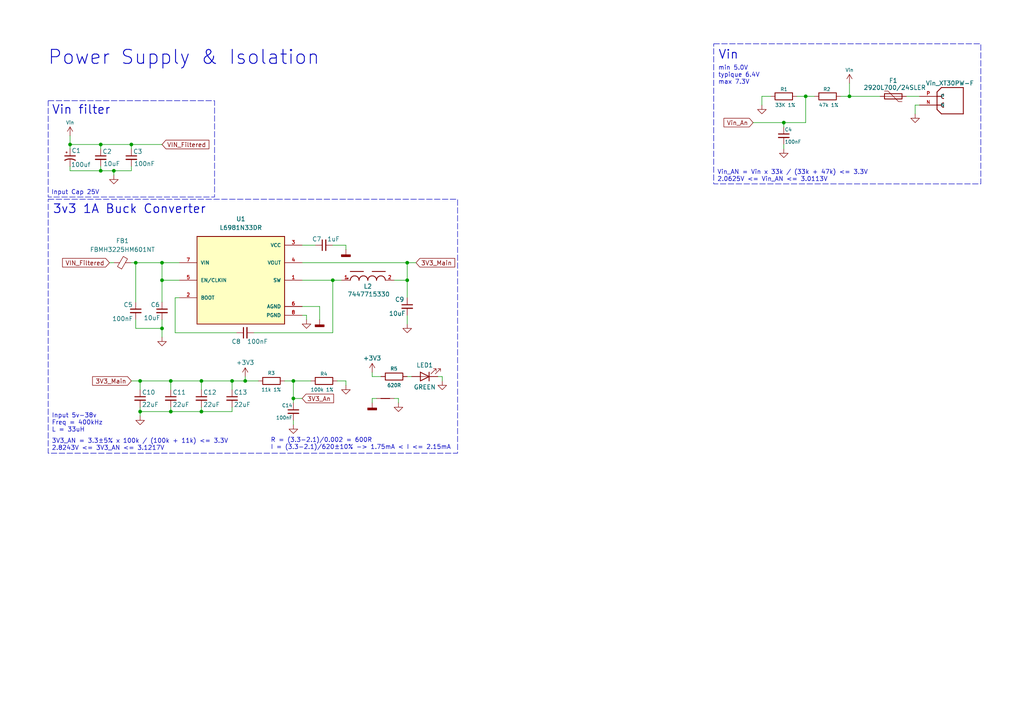
<source format=kicad_sch>
(kicad_sch (version 20250114) (generator "eeschema") (generator_version "9.0")
  (paper "A4")
  (lib_symbols
    (symbol "+3V3_1" (power) (pin_numbers (hide yes)) (pin_names (offset 0) (hide yes))
      (property "Value" "+3V3" (at 0 3.556 0))
      (symbol "+3V3_1_0_1"
        (polyline (pts (xy -0.762 1.27) (xy 0 2.54)))
        (polyline (pts (xy 0 2.54) (xy 0.762 1.27)))
        (polyline (pts (xy 0 0) (xy 0 2.54)))
      )
      (symbol "+3V3_1_1_1"
        (pin power_in line (at 0 0 90) (length 0) (name "~") (number "1"))
      )
    )
    (symbol "Device:C_Small" (pin_numbers (hide yes)) (pin_names (offset 0.254) (hide yes))
      (property "Reference" "C" (at 0.254 1.778 0))
      (property "Value" "C_Small" (at 0.254 -2.032 0))
      (symbol "C_Small_0_1"
        (polyline (pts (xy -1.524 0.508) (xy 1.524 0.508)) (stroke (width 0.3048)))
        (polyline (pts (xy -1.524 -0.508) (xy 1.524 -0.508)) (stroke (width 0.3302)))
      )
      (symbol "C_Small_1_1"
        (pin passive line (at 0 2.54 270) (length 2.032) (name "~") (number "1"))
        (pin passive line (at 0 -2.54 90) (length 2.032) (name "~") (number "2"))
      )
    )
    (symbol "Device:FerriteBead_Small" (pin_numbers (hide yes)) (pin_names (offset 0))
      (property "Reference" "FB" (at 1.905 1.27 0))
      (property "Value" "FerriteBead_Small" (at 1.905 -1.27 0))
      (symbol "FerriteBead_Small_0_1"
        (polyline (pts (xy -1.8288 0.2794) (xy -1.1176 1.4986) (xy 1.8288 -0.2032) (xy 1.1176 -1.4224) (xy -1.8288 0.2794)))
        (polyline (pts (xy 0 0.889) (xy 0 1.2954)))
        (polyline (pts (xy 0 -1.27) (xy 0 -0.7874)))
      )
      (symbol "FerriteBead_Small_1_1"
        (pin passive line (at 0 2.54 270) (length 1.27) (name "~") (number "1"))
        (pin passive line (at 0 -2.54 90) (length 1.27) (name "~") (number "2"))
      )
    )
    (symbol "Device:LED" (pin_numbers (hide yes)) (pin_names (offset 1.016) (hide yes))
      (property "Reference" "D" (at 0 2.54 0))
      (property "Value" "LED" (at 0 -2.54 0))
      (symbol "LED_0_1"
        (polyline (pts (xy -3.048 -0.762) (xy -4.572 -2.286) (xy -3.81 -2.286) (xy -4.572 -2.286) (xy -4.572 -1.524)))
        (polyline (pts (xy -1.778 -0.762) (xy -3.302 -2.286) (xy -2.54 -2.286) (xy -3.302 -2.286) (xy -3.302 -1.524)))
        (polyline (pts (xy -1.27 0) (xy 1.27 0)))
        (polyline (pts (xy -1.27 -1.27) (xy -1.27 1.27)) (stroke (width 0.254)))
        (polyline (pts (xy 1.27 -1.27) (xy 1.27 1.27) (xy -1.27 0) (xy 1.27 -1.27)) (stroke (width 0.254)))
      )
      (symbol "LED_1_1"
        (pin passive line (at -3.81 0 0) (length 2.54) (name "K") (number "1"))
        (pin passive line (at 3.81 0 180) (length 2.54) (name "A") (number "2"))
      )
    )
    (symbol "Device:NetTie_2" (pin_numbers (hide yes)) (pin_names (offset 0) (hide yes)) (in_bom no)
      (property "Reference" "NT" (at 0 1.27 0))
      (property "Value" "NetTie_2" (at 0 -1.27 0))
      (symbol "NetTie_2_0_1"
        (polyline (pts (xy -1.27 0) (xy 1.27 0)) (stroke (width 0.254)))
      )
      (symbol "NetTie_2_1_1"
        (pin passive line (at -2.54 0 0) (length 2.54) (name "1") (number "1"))
        (pin passive line (at 2.54 0 180) (length 2.54) (name "2") (number "2"))
      )
    )
    (symbol "Device:Polyfuse" (pin_numbers (hide yes)) (pin_names (offset 0))
      (property "Reference" "F" (at -2.54 0 90))
      (property "Value" "Polyfuse" (at 2.54 0 90))
      (symbol "Polyfuse_0_1"
        (polyline (pts (xy -1.524 2.54) (xy -1.524 1.524) (xy 1.524 -1.524) (xy 1.524 -2.54)))
        (rectangle (start -0.762 2.54) (end 0.762 -2.54) (stroke (width 0.254)))
        (polyline (pts (xy 0 2.54) (xy 0 -2.54)))
      )
      (symbol "Polyfuse_1_1"
        (pin passive line (at 0 3.81 270) (length 1.27) (name "~") (number "1"))
        (pin passive line (at 0 -3.81 90) (length 1.27) (name "~") (number "2"))
      )
    )
    (symbol "Device:R" (pin_numbers (hide yes)) (pin_names (offset 0))
      (property "Reference" "R" (at 2.032 0 90))
      (property "Value" "R" (at 0 0 90))
      (symbol "R_0_1"
        (rectangle (start -1.016 -2.54) (end 1.016 2.54) (stroke (width 0.254)))
      )
      (symbol "R_1_1"
        (pin passive line (at 0 3.81 270) (length 1.27) (name "~") (number "1"))
        (pin passive line (at 0 -3.81 90) (length 1.27) (name "~") (number "2"))
      )
    )
    (symbol "ODB2:875115652007"
      (property "Reference" "C" (at -2.794 2.54 0))
      (property "Value" "100uf" (at 3.81 1.778 0))
      (symbol "875115652007_0_1"
        (polyline (pts (xy -1.524 0.508) (xy 1.524 0.508)) (stroke (width 0.3048)))
        (polyline (pts (xy -1.27 1.524) (xy -0.762 1.524)))
        (polyline (pts (xy -1.016 1.27) (xy -1.016 1.778)))
        (arc (start -1.524 -0.762) (mid 0 -0.3734) (end 1.524 -0.762) (stroke (width 0.3048)))
      )
      (symbol "875115652007_1_1"
        (pin passive line (at 0 2.54 270) (length 2.032) (name "~") (number "1"))
        (pin passive line (at 0 -2.54 90) (length 2.032) (name "~") (number "2"))
      )
    )
    (symbol "ODB2:L6981N33DR" (pin_names (offset 1.016))
      (property "Reference" "U" (at -12.7 15.24 0))
      (property "Value" "L6981N33DR" (at -12.7 -15.24 0))
      (symbol "L6981N33DR_0_0"
        (rectangle (start -12.7 -12.7) (end 12.7 12.7) (stroke (width 0.254)) (fill (type background)))
        (pin power_in line (at -17.78 5.08 0) (length 5.08) (name "VIN") (number "7"))
        (pin input line (at -17.78 0 0) (length 5.08) (name "EN/CLKIN") (number "5"))
        (pin passive line (at -17.78 -5.08 0) (length 5.08) (name "BOOT") (number "2"))
        (pin power_in line (at 17.78 10.16 180) (length 5.08) (name "VCC") (number "3"))
        (pin power_in line (at 17.78 5.08 180) (length 5.08) (name "VOUT") (number "4"))
        (pin output line (at 17.78 0 180) (length 5.08) (name "SW") (number "1"))
        (pin power_in line (at 17.78 -7.62 180) (length 5.08) (name "AGND") (number "6"))
        (pin power_in line (at 17.78 -10.16 180) (length 5.08) (name "PGND") (number "8"))
      )
    )
    (symbol "ODB2:WE-PD_1245" (pin_names (offset 1.016))
      (property "Reference" "L" (at 0 3.81 0))
      (property "Value" "WE-PD_1245" (at 0 -2.54 0))
      (symbol "WE-PD_1245_0_0"
        (circle (center -5.842 0.508) (radius 0.127) (stroke (width 0.254)))
        (arc (start -5.08 0) (mid -3.81 1.2645) (end -2.54 0) (stroke (width 0.254)))
        (polyline (pts (xy -1.27 2.54) (xy -5.08 2.54)) (stroke (width 0.254)))
        (arc (start -2.54 0) (mid -1.27 1.2645) (end 0 0) (stroke (width 0.254)))
        (arc (start 0 0) (mid 1.27 1.2645) (end 2.54 0) (stroke (width 0.254)))
        (arc (start 2.54 0) (mid 3.81 1.2645) (end 5.08 0) (stroke (width 0.254)))
        (polyline (pts (xy 5.08 2.54) (xy 1.27 2.54)) (stroke (width 0.254)))
        (pin passive line (at -7.62 0 0) (length 2.54) (name "~") (number "1"))
        (pin passive line (at 7.62 0 180) (length 2.54) (name "~") (number "2"))
      )
    )
    (symbol "ODB2:XT30PW-F" (pin_names (offset 1.016))
      (property "Reference" "J" (at -7.62 3.81 0))
      (property "Value" "XT30PW-F" (at -7.62 -7.62 0))
      (symbol "XT30PW-F_0_0"
        (polyline (pts (xy -7.62 2.54) (xy -1.27 2.54)) (stroke (width 0.254)))
        (polyline (pts (xy -7.62 -5.08) (xy -7.62 2.54)) (stroke (width 0.254)))
        (arc (start -1.905 0.635) (mid -1.2727 0) (end -1.905 -0.635) (stroke (width 0.254)))
        (arc (start -1.905 -1.905) (mid -1.2727 -2.54) (end -1.905 -3.175) (stroke (width 0.254)))
        (polyline (pts (xy -1.27 -5.08) (xy -7.62 -5.08)) (stroke (width 0.254)))
        (polyline (pts (xy 0 1.27) (xy -1.27 2.54)) (stroke (width 0.254)))
        (polyline (pts (xy 0 1.27) (xy 0 0)) (stroke (width 0.254)))
        (polyline (pts (xy 0 0) (xy -1.27 0)) (stroke (width 0.254)))
        (polyline (pts (xy 0 0) (xy 0 -3.81)) (stroke (width 0.254)))
        (polyline (pts (xy 0 -2.54) (xy -1.27 -2.54)) (stroke (width 0.254)))
        (polyline (pts (xy 0 -3.81) (xy -1.27 -5.08)) (stroke (width 0.254)))
        (pin power_in line (at 5.08 0 180) (length 5.08) (name "P") (number "P"))
        (pin power_in line (at 5.08 -2.54 180) (length 5.08) (name "N") (number "N"))
      )
    )
    (symbol "power:+12V" (power) (pin_names (offset 0))
      (property "Value" "+12V" (at 0 3.556 0))
      (symbol "+12V_0_1"
        (polyline (pts (xy -0.762 1.27) (xy 0 2.54)))
        (polyline (pts (xy 0 2.54) (xy 0.762 1.27)))
        (polyline (pts (xy 0 0) (xy 0 2.54)))
      )
      (symbol "+12V_1_1"
        (pin power_in line (at 0 0 90) (length 0) (hide yes) (name "+12V") (number "1"))
      )
    )
    (symbol "power:GND" (power) (pin_names (offset 0))
      (property "Value" "GND" (at 0 -3.81 0))
      (symbol "GND_0_1"
        (polyline (pts (xy 0 0) (xy 0 -1.27) (xy 1.27 -1.27) (xy 0 -2.54) (xy -1.27 -1.27) (xy 0 -1.27)))
      )
      (symbol "GND_1_1"
        (pin power_in line (at 0 0 270) (length 0) (hide yes) (name "GND") (number "1"))
      )
    )
    (symbol "power:GNDD" (power) (pin_numbers (hide yes)) (pin_names (offset 0) (hide yes))
      (property "Value" "GNDD" (at 0 -3.175 0))
      (symbol "GNDD_0_1"
        (rectangle (start -1.27 -1.524) (end 1.27 -2.032) (stroke (width 0.254)) (fill (type outline)))
        (polyline (pts (xy 0 0) (xy 0 -1.524)))
      )
      (symbol "GNDD_1_1"
        (pin power_in line (at 0 0 270) (length 0) (name "~") (number "1"))
      )
    )
  )
  (rectangle (start 207.01 12.7) (end 284.48 53.34) (stroke (width 0) (type dash)))
  (rectangle (start 13.97 57.785) (end 132.715 131.445) (stroke (width 0) (type dash)))
  (rectangle (start 13.97 29.21) (end 62.23 57.15) (stroke (width 0) (type dash)))
  (text "Vin_AN = Vin x 33k / (33k + 47k) <= 3.3V\n2.0625V <= Vin_AN <= 3.0113V" (at 208.026 51.054 0) (effects (font (size 1.27 1.27)) (justify left)))
  (text "Input 5v-38v\nFreq = 400kHz\nL = 33uH" (at 14.986 125.476 0) (effects (font (size 1.27 1.27)) (justify left bottom)))
  (text "R = (3.3-2.1)/0.002 = 600R\nI = (3.3-2.1)/620±10% -> 1.75mA < I <= 2.15mA" (at 78.486 128.778 0) (effects (font (size 1.27 1.27)) (justify left)))
  (text "Power Supply & Isolation" (at 53.34 16.764 0) (effects (font (size 4.064 4.064) (thickness 0.254) (bold yes))))
  (text "Vin\n\n" (at 208.28 14.478 0) (effects (font (size 2.54 2.54) (thickness 0.254) (bold yes)) (justify left top)))
  (text "Vin filter" (at 14.986 30.48 0) (effects (font (size 2.54 2.54) (thickness 0.254) (bold yes)) (justify left top)))
  (text "min 5.0V\ntypique 6.4V\nmax 7.3V" (at 208.28 19.05 0) (effects (font (size 1.27 1.27)) (justify left top)))
  (text "Input Cap 25V" (at 21.844 55.88 0) (effects (font (size 1.27 1.27))))
  (text "3V3_AN = 3.3±5% x 100k / (100k + 11k) <= 3.3V\n2.8243V <= 3V3_AN <= 3.1217V" (at 14.986 129.032 0) (effects (font (size 1.27 1.27)) (justify left)))
  (text "3v3 1A Buck Converter" (at 15.24 62.23 0) (effects (font (size 2.54 2.54) (thickness 0.254) (bold yes)) (justify left bottom)))
  (junction (at 227.33 35.56))
  (junction (at 85.09 110.49))
  (junction (at 118.11 76.2))
  (junction (at 29.21 49.53))
  (junction (at 233.68 27.94))
  (junction (at 40.64 119.38))
  (junction (at 71.12 110.49))
  (junction (at 29.21 41.91))
  (junction (at 49.53 119.38))
  (junction (at 38.1 41.91))
  (junction (at 40.64 110.49))
  (junction (at 85.09 115.57))
  (junction (at 67.31 110.49))
  (junction (at 246.38 27.94))
  (junction (at 58.42 119.38))
  (junction (at 33.02 49.53))
  (junction (at 46.99 76.2))
  (junction (at 118.11 81.28))
  (junction (at 20.32 41.91))
  (junction (at 96.52 81.28))
  (junction (at 46.99 95.25))
  (junction (at 46.99 81.28))
  (junction (at 39.37 76.2))
  (junction (at 49.53 110.49))
  (junction (at 58.42 110.49))
  (wire (pts (xy 85.09 115.57) (xy 87.63 115.57)))
  (wire (pts (xy 39.37 95.25) (xy 46.99 95.25)))
  (wire (pts (xy 246.38 24.13) (xy 246.38 27.94)))
  (wire (pts (xy 40.64 118.11) (xy 40.64 119.38)))
  (wire (pts (xy 96.52 96.52) (xy 96.52 81.28)))
  (wire (pts (xy 20.32 41.91) (xy 20.32 43.18)))
  (wire (pts (xy 20.32 49.53) (xy 29.21 49.53)))
  (wire (pts (xy 100.33 111.76) (xy 100.33 110.49)))
  (wire (pts (xy 46.99 76.2) (xy 52.07 76.2)))
  (wire (pts (xy 46.99 95.25) (xy 46.99 97.79)))
  (wire (pts (xy 87.63 91.44) (xy 88.9 91.44)))
  (wire (pts (xy 33.02 49.53) (xy 38.1 49.53)))
  (wire (pts (xy 118.11 76.2) (xy 118.11 81.28)))
  (wire (pts (xy 96.52 81.28) (xy 87.63 81.28)))
  (wire (pts (xy 115.57 115.57) (xy 115.57 116.84)))
  (wire (pts (xy 39.37 92.71) (xy 39.37 95.25)))
  (wire (pts (xy 223.52 27.94) (xy 220.98 27.94)))
  (wire (pts (xy 85.09 115.57) (xy 85.09 110.49)))
  (wire (pts (xy 49.53 119.38) (xy 40.64 119.38)))
  (wire (pts (xy 118.11 109.22) (xy 119.38 109.22)))
  (wire (pts (xy 231.14 27.94) (xy 233.68 27.94)))
  (wire (pts (xy 262.89 27.94) (xy 266.7 27.94)))
  (wire (pts (xy 114.3 115.57) (xy 115.57 115.57)))
  (wire (pts (xy 107.95 109.22) (xy 110.49 109.22)))
  (wire (pts (xy 40.64 110.49) (xy 40.64 113.03)))
  (wire (pts (xy 67.31 119.38) (xy 58.42 119.38)))
  (wire (pts (xy 107.95 107.95) (xy 107.95 109.22)))
  (wire (pts (xy 90.17 110.49) (xy 85.09 110.49)))
  (wire (pts (xy 40.64 119.38) (xy 40.64 120.65)))
  (wire (pts (xy 227.33 36.83) (xy 227.33 35.56)))
  (wire (pts (xy 85.09 116.84) (xy 85.09 115.57)))
  (wire (pts (xy 107.95 115.57) (xy 107.95 116.84)))
  (wire (pts (xy 20.32 48.26) (xy 20.32 49.53)))
  (wire (pts (xy 128.27 109.22) (xy 127 109.22)))
  (wire (pts (xy 49.53 118.11) (xy 49.53 119.38)))
  (wire (pts (xy 46.99 81.28) (xy 46.99 76.2)))
  (wire (pts (xy 243.84 27.94) (xy 246.38 27.94)))
  (wire (pts (xy 96.52 81.28) (xy 99.06 81.28)))
  (wire (pts (xy 71.12 110.49) (xy 74.93 110.49)))
  (wire (pts (xy 58.42 110.49) (xy 58.42 113.03)))
  (wire (pts (xy 20.32 41.91) (xy 29.21 41.91)))
  (wire (pts (xy 109.22 115.57) (xy 107.95 115.57)))
  (wire (pts (xy 87.63 76.2) (xy 118.11 76.2)))
  (wire (pts (xy 39.37 76.2) (xy 39.37 87.63)))
  (wire (pts (xy 246.38 27.94) (xy 255.27 27.94)))
  (wire (pts (xy 92.71 88.9) (xy 92.71 92.71)))
  (wire (pts (xy 50.8 86.36) (xy 52.07 86.36)))
  (wire (pts (xy 87.63 88.9) (xy 92.71 88.9)))
  (wire (pts (xy 220.98 27.94) (xy 220.98 30.48)))
  (wire (pts (xy 67.31 110.49) (xy 58.42 110.49)))
  (wire (pts (xy 227.33 35.56) (xy 233.68 35.56)))
  (wire (pts (xy 67.31 113.03) (xy 67.31 110.49)))
  (wire (pts (xy 29.21 48.26) (xy 29.21 49.53)))
  (wire (pts (xy 38.1 48.26) (xy 38.1 49.53)))
  (wire (pts (xy 85.09 110.49) (xy 82.55 110.49)))
  (wire (pts (xy 38.1 76.2) (xy 39.37 76.2)))
  (wire (pts (xy 33.02 49.53) (xy 33.02 50.8)))
  (wire (pts (xy 118.11 81.28) (xy 118.11 86.36)))
  (wire (pts (xy 218.44 35.56) (xy 227.33 35.56)))
  (wire (pts (xy 96.52 71.12) (xy 100.33 71.12)))
  (wire (pts (xy 233.68 27.94) (xy 236.22 27.94)))
  (wire (pts (xy 40.64 110.49) (xy 49.53 110.49)))
  (wire (pts (xy 73.66 96.52) (xy 96.52 96.52)))
  (wire (pts (xy 265.43 30.48) (xy 266.7 30.48)))
  (wire (pts (xy 67.31 118.11) (xy 67.31 119.38)))
  (wire (pts (xy 38.1 110.49) (xy 40.64 110.49)))
  (wire (pts (xy 29.21 41.91) (xy 38.1 41.91)))
  (wire (pts (xy 58.42 119.38) (xy 49.53 119.38)))
  (wire (pts (xy 87.63 71.12) (xy 91.44 71.12)))
  (wire (pts (xy 227.33 43.18) (xy 227.33 41.91)))
  (wire (pts (xy 265.43 30.48) (xy 265.43 33.02)))
  (wire (pts (xy 49.53 110.49) (xy 49.53 113.03)))
  (wire (pts (xy 71.12 109.22) (xy 71.12 110.49)))
  (wire (pts (xy 29.21 49.53) (xy 33.02 49.53)))
  (wire (pts (xy 71.12 110.49) (xy 67.31 110.49)))
  (wire (pts (xy 100.33 71.12) (xy 100.33 72.39)))
  (wire (pts (xy 58.42 110.49) (xy 49.53 110.49)))
  (wire (pts (xy 38.1 43.18) (xy 38.1 41.91)))
  (wire (pts (xy 233.68 35.56) (xy 233.68 27.94)))
  (wire (pts (xy 118.11 91.44) (xy 118.11 93.98)))
  (wire (pts (xy 100.33 110.49) (xy 97.79 110.49)))
  (wire (pts (xy 39.37 76.2) (xy 46.99 76.2)))
  (wire (pts (xy 46.99 92.71) (xy 46.99 95.25)))
  (wire (pts (xy 50.8 96.52) (xy 68.58 96.52)))
  (wire (pts (xy 50.8 86.36) (xy 50.8 96.52)))
  (wire (pts (xy 118.11 76.2) (xy 120.65 76.2)))
  (wire (pts (xy 58.42 118.11) (xy 58.42 119.38)))
  (wire (pts (xy 46.99 81.28) (xy 46.99 87.63)))
  (wire (pts (xy 128.27 110.49) (xy 128.27 109.22)))
  (wire (pts (xy 88.9 91.44) (xy 88.9 92.71)))
  (wire (pts (xy 20.32 39.37) (xy 20.32 41.91)))
  (wire (pts (xy 31.75 76.2) (xy 33.02 76.2)))
  (wire (pts (xy 29.21 43.18) (xy 29.21 41.91)))
  (wire (pts (xy 38.1 41.91) (xy 46.99 41.91)))
  (wire (pts (xy 85.09 123.19) (xy 85.09 121.92)))
  (wire (pts (xy 52.07 81.28) (xy 46.99 81.28)))
  (wire (pts (xy 118.11 81.28) (xy 114.3 81.28)))
  (global_label "VIN_Filtered" (shape input) (at 46.99 41.91 0) (effects (font (thickness 0.1588))) (property "Intersheetrefs" "${INTERSHEET_REFS}" (effects (hide yes))))
  (global_label "3V3_Main" (shape input) (at 120.65 76.2 0) (effects (font (thickness 0.1588))) (property "Intersheetrefs" "${INTERSHEET_REFS}" (effects (hide yes))))
  (global_label "Vin_An" (shape input) (at 218.44 35.56 180) (property "Intersheetrefs" "${INTERSHEET_REFS}" (effects (hide yes))))
  (global_label "3V3_An" (shape input) (at 87.63 115.57 0) (property "Intersheetrefs" "${INTERSHEET_REFS}" (effects (hide yes))))
  (global_label "VIN_Filtered" (shape input) (at 31.75 76.2 180) (effects (font (thickness 0.1588))) (property "Intersheetrefs" "${INTERSHEET_REFS}" (effects (hide yes))))
  (global_label "3V3_Main" (shape input) (at 38.1 110.49 180) (effects (font (thickness 0.1588))) (property "Intersheetrefs" "${INTERSHEET_REFS}" (effects (hide yes))))
  (symbol (lib_id "Device:R") (at 93.98 110.49 270) (mirror x) (unit 1)
    (property "Reference" "R4" (at 94.996 108.458 90) (effects (font (size 1 1)) (justify right)))
    (property "Value" "100k 1%" (at 96.774 113.03 90) (effects (font (size 1 1)) (justify right)))
    (property "Footprint" "Resistor_SMD:R_0603_1608Metric" (effects (hide yes)))
  )
  (symbol (lib_id "power:GND") (at 128.27 110.49 0) (mirror y) (unit 1)
    (property "Reference" "#PWR040" (effects (hide yes)))
    (property "Value" "GND" (effects (hide yes)))
  )
  (symbol (lib_id "power:GND") (at 227.33 43.18 0) (unit 1)
    (property "Reference" "#PWR0102" (effects (hide yes)))
    (property "Value" "GND" (effects (hide yes)))
  )
  (symbol (lib_id "Device:NetTie_2") (at 111.76 115.57 0) (unit 1) (in_bom no)
    (property "Reference" "NT4" (effects (hide yes)))
    (property "Value" "NetTie_2" (effects (hide yes)))
    (property "Footprint" "NetTie:NetTie-4_SMD_Pad0.5mm" (effects (hide yes)))
    (property "Description" "Net tie, 2 pins" (effects (hide yes)))
  )
  (symbol (lib_id "Device:C_Small") (at 49.53 115.57 0) (unit 1)
    (property "Reference" "C11" (at 50.038 113.792 0) (effects (justify left)))
    (property "Value" "22uF" (at 50.038 117.348 0) (effects (justify left)))
    (property "Footprint" "Capacitor_SMD:C_1210_3225Metric" (effects (hide yes)))
    (property "Description" "Unpolarized capacitor, small symbol" (effects (hide yes)))
  )
  (symbol (lib_id "power:GND") (at 118.11 93.98 0) (unit 1)
    (property "Reference" "#PWR0114" (effects (hide yes)))
    (property "Value" "GND" (effects (hide yes)))
  )
  (symbol (lib_name "+3V3_1") (lib_id "power:+3V3") (at 71.12 109.22 0) (unit 1)
    (property "Reference" "#PWR0116" (effects (hide yes)))
    (property "Value" "+3V3" (at 71.12 105.156 0))
    (property "Description" "Power symbol creates a global label with name \"+3V3\"" (effects (hide yes)))
  )
  (symbol (lib_id "Device:R") (at 78.74 110.49 270) (mirror x) (unit 1)
    (property "Reference" "R3" (at 79.756 108.204 90) (effects (font (size 1 1)) (justify right)))
    (property "Value" "11k 1%" (at 81.534 113.03 90) (effects (font (size 1 1)) (justify right)))
    (property "Footprint" "Resistor_SMD:R_0603_1608Metric" (effects (hide yes)))
  )
  (symbol (lib_id "power:GND") (at 40.64 120.65 0) (unit 1)
    (property "Reference" "#PWR0115" (effects (hide yes)))
    (property "Value" "GND" (effects (hide yes)))
  )
  (symbol (lib_id "power:GND") (at 115.57 116.84 0) (unit 1)
    (property "Reference" "#PWR0109" (effects (hide yes)))
    (property "Value" "GND" (effects (hide yes)))
  )
  (symbol (lib_id "Device:C_Small") (at 46.99 90.17 0) (unit 1)
    (property "Reference" "C6" (at 43.688 88.392 0) (effects (justify left)))
    (property "Value" "10uF" (at 41.656 92.202 0) (effects (justify left)))
    (property "Footprint" "Capacitor_SMD:C_0603_1608Metric" (effects (hide yes)))
    (property "Description" "Unpolarized capacitor, small symbol" (effects (hide yes)))
  )
  (symbol (lib_id "Device:C_Small") (at 93.98 71.12 90) (unit 1)
    (property "Reference" "C7" (at 93.218 69.342 90) (effects (justify left)))
    (property "Value" "1uF" (at 98.552 69.342 90) (effects (justify left)))
    (property "Footprint" "Capacitor_SMD:C_0603_1608Metric" (effects (hide yes)))
    (property "Description" "Unpolarized capacitor, small symbol" (effects (hide yes)))
  )
  (symbol (lib_id "ODB2:WE-PD_1245") (at 106.68 81.28 0) (unit 1)
    (property "Reference" "L2" (at 106.68 83.058 0))
    (property "Value" "7447715330" (at 106.934 85.344 0))
    (property "Footprint" "ODB:WE-PD_1245" (effects (hide yes)))
  )
  (symbol (lib_id "Device:R") (at 114.3 109.22 270) (mirror x) (unit 1)
    (property "Reference" "R5" (at 115.316 106.934 90) (effects (font (size 1 1)) (justify right)))
    (property "Value" "620R" (at 116.332 111.76 90) (effects (font (size 1 1)) (justify right)))
    (property "Footprint" "Resistor_SMD:R_0603_1608Metric" (effects (hide yes)))
  )
  (symbol (lib_id "power:GNDD") (at 92.71 92.71 0) (unit 1)
    (property "Reference" "#PWR0112" (effects (hide yes)))
    (property "Value" "AGND3V3" (effects (hide yes)))
    (property "Description" "Power symbol creates a global label with name \"GNDD\" , digital ground" (effects (hide yes)))
  )
  (symbol (lib_id "power:GND") (at 265.43 33.02 0) (unit 1)
    (property "Reference" "#PWR0101" (effects (hide yes)))
    (property "Value" "GND" (effects (hide yes)))
  )
  (symbol (lib_id "power:GND") (at 88.9 92.71 0) (unit 1)
    (property "Reference" "#PWR0111" (effects (hide yes)))
    (property "Value" "GND" (effects (hide yes)))
  )
  (symbol (lib_id "power:GND") (at 85.09 123.19 0) (mirror y) (unit 1)
    (property "Reference" "#PWR0124" (effects (hide yes)))
    (property "Value" "GND" (effects (hide yes)))
  )
  (symbol (lib_id "ODB2:875115652007") (at 20.32 45.72 0) (unit 1)
    (property "Reference" "C1" (at 22.098 43.688 0))
    (property "Value" "100uf" (at 20.574 47.752 0) (effects (justify left)))
    (property "Footprint" "ODB:WCAP-PSHP_8X8.7_DXL_" (effects (hide yes)))
    (property "Datasheet" "https://www.digikey.ca/en/products/detail/w%C3%BCrth-elektronik/875115652007/8556615" (effects (hide yes)))
    (property "Description" "CAP ALUM POLY 100UF 20% 35V SMD" (effects (hide yes)))
  )
  (symbol (lib_id "power:GNDD") (at 107.95 116.84 0) (unit 1)
    (property "Reference" "#PWR0107" (effects (hide yes)))
    (property "Value" "AGND3V3" (effects (hide yes)))
    (property "Description" "Power symbol creates a global label with name \"GNDD\" , digital ground" (effects (hide yes)))
  )
  (symbol (lib_id "Device:LED") (at 123.19 109.22 180) (unit 1)
    (property "Reference" "LED1" (at 123.19 105.918 0))
    (property "Value" "GREEN" (at 123.19 112.268 0))
    (property "Footprint" "LED_SMD:LED_0603_1608Metric" (effects (hide yes)))
    (property "Description" "Light emitting diode" (effects (hide yes)))
  )
  (symbol (lib_id "power:GND") (at 33.02 50.8 0) (unit 1)
    (property "Reference" "#PWR034" (effects (hide yes)))
    (property "Value" "GND" (effects (hide yes)))
  )
  (symbol (lib_id "Device:R") (at 227.33 27.94 90) (unit 1)
    (property "Reference" "R1" (at 226.314 25.908 90) (effects (font (size 1 1)) (justify right)))
    (property "Value" "33K 1%" (at 224.79 30.48 90) (effects (font (size 1 1)) (justify right)))
    (property "Footprint" "Resistor_SMD:R_0603_1608Metric" (effects (hide yes)))
  )
  (symbol (lib_id "Device:C_Small") (at 40.64 115.57 0) (unit 1)
    (property "Reference" "C10" (at 41.148 113.792 0) (effects (justify left)))
    (property "Value" "22uF" (at 41.148 117.348 0) (effects (justify left)))
    (property "Footprint" "Capacitor_SMD:C_1210_3225Metric" (effects (hide yes)))
    (property "Description" "Unpolarized capacitor, small symbol" (effects (hide yes)))
  )
  (symbol (lib_id "power:+12V") (at 20.32 39.37 0) (unit 1)
    (property "Reference" "#PWR032" (effects (hide yes)))
    (property "Value" "Vin" (at 20.32 35.56 0) (effects (font (size 1 1))))
  )
  (symbol (lib_id "Device:Polyfuse") (at 259.08 27.94 90) (mirror x) (unit 1)
    (property "Reference" "F1" (at 257.81 23.368 90) (effects (justify right)))
    (property "Value" "2920L700/24SLER" (at 250.444 25.4 90) (effects (justify right)))
    (property "Footprint" "Fuse:Fuse_2920_7451Metric" (effects (hide yes)))
    (property "Datasheet" "2920L700/24SLER" (effects (hide yes)))
    (property "Description" "Resettable fuse" (effects (hide yes)))
  )
  (symbol (lib_id "power:GND") (at 100.33 111.76 0) (mirror y) (unit 1)
    (property "Reference" "#PWR0125" (effects (hide yes)))
    (property "Value" "GND" (effects (hide yes)))
  )
  (symbol (lib_id "ODB2:L6981N33DR") (at 69.85 81.28 0) (unit 1)
    (property "Reference" "U1" (at 69.85 63.5 0))
    (property "Value" "L6981N33DR" (at 69.85 66.04 0))
    (property "Footprint" "ODB:SOIC127P600X175-8N" (effects (hide yes)))
    (property "Datasheet" "https://www.digikey.com/en/products/detail/stmicroelectronics/L6981N33DR/16841571" (effects (hide yes)))
    (property "PARTREV" "3" (effects (hide yes)))
    (property "STANDARD" "IPC-7351B" (effects (hide yes)))
    (property "MAXIMUM_PACKAGE_HEIGHT" "1.75mm" (effects (hide yes)))
    (property "MANUFACTURER" "ST Microelectronics" (effects (hide yes)))
  )
  (symbol (lib_id "Device:R") (at 240.03 27.94 90) (unit 1)
    (property "Reference" "R2" (at 238.76 25.908 90) (effects (font (size 1 1)) (justify right)))
    (property "Value" "47k 1%" (at 237.49 30.48 90) (effects (font (size 1 1)) (justify right)))
    (property "Footprint" "Resistor_SMD:R_0603_1608Metric" (effects (hide yes)))
  )
  (symbol (lib_id "power:GND") (at 220.98 30.48 0) (unit 1)
    (property "Reference" "#PWR049" (effects (hide yes)))
    (property "Value" "GND" (effects (hide yes)))
  )
  (symbol (lib_id "Device:C_Small") (at 85.09 119.38 0) (mirror y) (unit 1)
    (property "Reference" "C14" (at 84.836 117.602 0) (effects (font (size 1 1)) (justify left)))
    (property "Value" "100nF" (at 84.836 121.158 0) (effects (font (size 1 1)) (justify left)))
    (property "Footprint" "Capacitor_SMD:C_0603_1608Metric" (effects (hide yes)))
    (property "Description" "Unpolarized capacitor, small symbol" (effects (hide yes)))
  )
  (symbol (lib_id "Device:C_Small") (at 227.33 39.37 0) (unit 1)
    (property "Reference" "C4" (at 227.584 37.592 0) (effects (font (size 1 1)) (justify left)))
    (property "Value" "100nF" (at 227.584 41.148 0) (effects (font (size 1 1)) (justify left)))
    (property "Footprint" "Capacitor_SMD:C_0603_1608Metric" (effects (hide yes)))
    (property "Description" "Unpolarized capacitor, small symbol" (effects (hide yes)))
  )
  (symbol (lib_id "Device:C_Small") (at 118.11 88.9 0) (unit 1)
    (property "Reference" "C9" (at 114.554 86.868 0) (effects (justify left)))
    (property "Value" "10uF" (at 112.776 90.932 0) (effects (justify left)))
    (property "Footprint" "Capacitor_SMD:C_1210_3225Metric" (effects (hide yes)))
    (property "Description" "Unpolarized capacitor, small symbol" (effects (hide yes)))
  )
  (symbol (lib_name "+3V3_1") (lib_id "power:+3V3") (at 107.95 107.95 0) (unit 1)
    (property "Reference" "#PWR038" (effects (hide yes)))
    (property "Value" "+3V3" (at 107.95 103.886 0))
    (property "Description" "Power symbol creates a global label with name \"+3V3\"" (effects (hide yes)))
  )
  (symbol (lib_id "Device:C_Small") (at 29.21 45.72 0) (unit 1)
    (property "Reference" "C2" (at 29.718 43.942 0) (effects (justify left)))
    (property "Value" "10uF" (at 29.972 47.498 0) (effects (justify left)))
    (property "Footprint" "Capacitor_SMD:C_1210_3225Metric" (effects (hide yes)))
    (property "Description" "Unpolarized capacitor, small symbol" (effects (hide yes)))
  )
  (symbol (lib_id "ODB2:XT30PW-F") (at 271.78 27.94 0) (mirror y) (unit 1)
    (property "Reference" "J1" (effects (hide yes)))
    (property "Value" "Vin_XT30PW-F" (at 268.478 24.13 0) (effects (justify right)))
    (property "Footprint" "ODB:AMASS_XT30PW-F" (effects (hide yes)))
    (property "MF" "amass" (effects (hide yes)))
    (property "MAXIMUM_PACKAGE_HEIGHT" "5 mm" (effects (hide yes)))
    (property "Package" "None" (effects (hide yes)))
    (property "Price" "None" (effects (hide yes)))
    (property "Check_prices" "https://www.snapeda.com/parts/XT30PW-F/AMASS/view-part/?ref=eda" (effects (hide yes)))
    (property "STANDARD" "Manufacturer Recommendations" (effects (hide yes)))
    (property "PARTREV" "1.2" (effects (hide yes)))
    (property "SnapEDA_Link" "https://www.snapeda.com/parts/XT30PW-F/AMASS/view-part/?ref=snap" (effects (hide yes)))
    (property "MP" "XT30PW-F" (effects (hide yes)))
    (property "Description_1" "Socket; DC supply; XT30; female; PIN: 2; on PCBs; THT; yellow; 15A" (effects (hide yes)))
    (property "MANUFACTURER" "Amass" (effects (hide yes)))
    (property "Availability" "In Stock" (effects (hide yes)))
    (property "SNAPEDA_PN" "XT30PW-F" (effects (hide yes)))
  )
  (symbol (lib_id "Device:FerriteBead_Small") (at 35.56 76.2 90) (unit 1)
    (property "Reference" "FB1" (at 35.5219 69.85 90))
    (property "Value" "FBMH3225HM601NT" (at 35.5219 72.39 90))
    (property "Footprint" "Inductor_SMD:L_1210_3225Metric" (effects (hide yes)))
    (property "Description" "Ferrite bead, small symbol" (effects (hide yes)))
  )
  (symbol (lib_id "Device:C_Small") (at 71.12 96.52 90) (unit 1)
    (property "Reference" "C8" (at 69.85 99.06 90) (effects (justify left)))
    (property "Value" "100nF" (at 77.724 99.06 90) (effects (justify left)))
    (property "Footprint" "Capacitor_SMD:C_0603_1608Metric" (effects (hide yes)))
    (property "Description" "Unpolarized capacitor, small symbol" (effects (hide yes)))
  )
  (symbol (lib_id "Device:C_Small") (at 39.37 90.17 0) (unit 1)
    (property "Reference" "C5" (at 35.814 88.392 0) (effects (justify left)))
    (property "Value" "100nF" (at 32.512 92.456 0) (effects (justify left)))
    (property "Footprint" "Capacitor_SMD:C_0603_1608Metric" (effects (hide yes)))
    (property "Description" "Unpolarized capacitor, small symbol" (effects (hide yes)))
  )
  (symbol (lib_id "Device:C_Small") (at 38.1 45.72 0) (unit 1)
    (property "Reference" "C3" (at 38.608 43.942 0) (effects (justify left)))
    (property "Value" "100nF" (at 38.862 47.498 0) (effects (justify left)))
    (property "Footprint" "Capacitor_SMD:C_0603_1608Metric" (effects (hide yes)))
    (property "Description" "Unpolarized capacitor, small symbol" (effects (hide yes)))
  )
  (symbol (lib_id "Device:C_Small") (at 58.42 115.57 0) (unit 1)
    (property "Reference" "C12" (at 58.928 113.792 0) (effects (justify left)))
    (property "Value" "22uF" (at 58.928 117.348 0) (effects (justify left)))
    (property "Footprint" "Capacitor_SMD:C_1210_3225Metric" (effects (hide yes)))
    (property "Description" "Unpolarized capacitor, small symbol" (effects (hide yes)))
  )
  (symbol (lib_id "power:GNDD") (at 100.33 72.39 0) (unit 1)
    (property "Reference" "#PWR0110" (effects (hide yes)))
    (property "Value" "AGND3V3" (effects (hide yes)))
    (property "Description" "Power symbol creates a global label with name \"GNDD\" , digital ground" (effects (hide yes)))
  )
  (symbol (lib_id "power:GND") (at 46.99 97.79 0) (unit 1)
    (property "Reference" "#PWR096" (effects (hide yes)))
    (property "Value" "GND" (effects (hide yes)))
  )
  (symbol (lib_id "power:+12V") (at 246.38 24.13 0) (unit 1)
    (property "Reference" "#PWR0127" (effects (hide yes)))
    (property "Value" "Vin" (at 246.38 20.32 0) (effects (font (size 1 1))))
  )
  (symbol (lib_id "Device:C_Small") (at 67.31 115.57 0) (unit 1)
    (property "Reference" "C13" (at 67.818 113.792 0) (effects (justify left)))
    (property "Value" "22uF" (at 67.818 117.348 0) (effects (justify left)))
    (property "Footprint" "Capacitor_SMD:C_1210_3225Metric" (effects (hide yes)))
    (property "Description" "Unpolarized capacitor, small symbol" (effects (hide yes)))
  )
)
</source>
